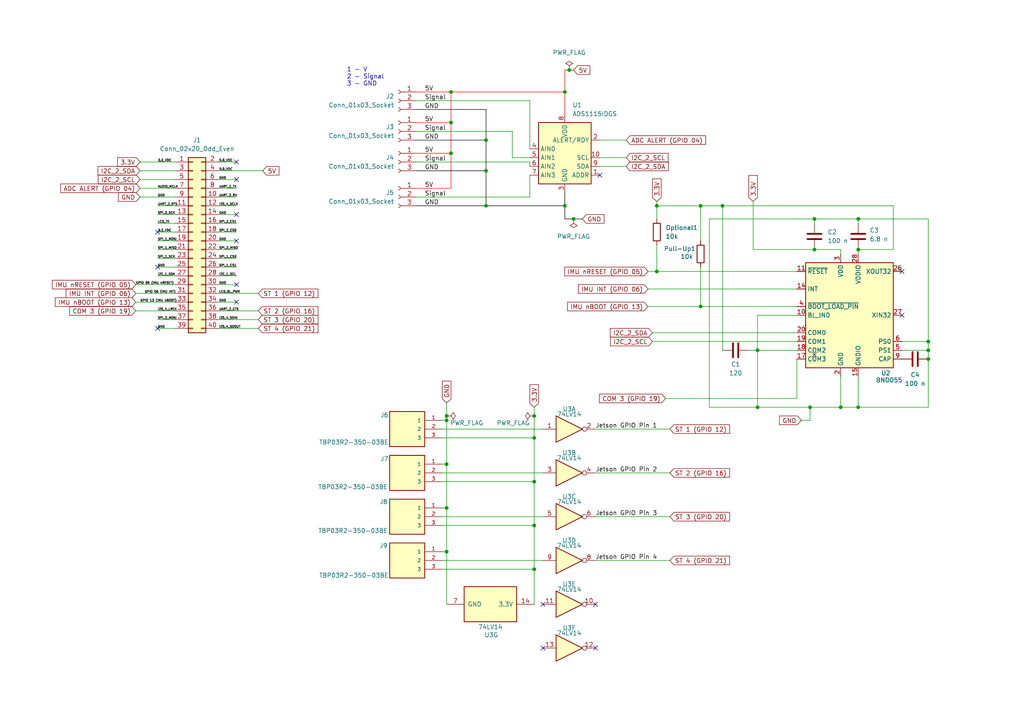
<source format=kicad_sch>
(kicad_sch (version 20231120) (generator "eeschema") (generator_version "8.0")
  (paper "A4")
  (lib_symbols
    (symbol "74xx:74LV14" (pin_names (offset 1.016))
      (property "Reference" "U" (at 0 1.27 0))
      (property "Value" "74LV14" (at 0 -1.27 0))
      (symbol "74LV14_1_0"
        (polyline (pts (xy -3.81 3.81) (xy -3.81 -3.81) (xy 3.81 0) (xy -3.81 3.81)) (stroke (width 0.254)) (fill (type background)))
        (pin input line (at -7.62 0 0) (length 3.81) (name "~") (number "1"))
        (pin output inverted (at 7.62 0 180) (length 3.81) (name "~") (number "2"))
      )
      (symbol "74LV14_2_0"
        (polyline (pts (xy -3.81 3.81) (xy -3.81 -3.81) (xy 3.81 0) (xy -3.81 3.81)) (stroke (width 0.254)) (fill (type background)))
        (pin input line (at -7.62 0 0) (length 3.81) (name "~") (number "3"))
        (pin output inverted (at 7.62 0 180) (length 3.81) (name "~") (number "4"))
      )
      (symbol "74LV14_3_0"
        (polyline (pts (xy -3.81 3.81) (xy -3.81 -3.81) (xy 3.81 0) (xy -3.81 3.81)) (stroke (width 0.254)) (fill (type background)))
        (pin input line (at -7.62 0 0) (length 3.81) (name "~") (number "5"))
        (pin output inverted (at 7.62 0 180) (length 3.81) (name "~") (number "6"))
      )
      (symbol "74LV14_4_0"
        (polyline (pts (xy -3.81 3.81) (xy -3.81 -3.81) (xy 3.81 0) (xy -3.81 3.81)) (stroke (width 0.254)) (fill (type background)))
        (pin output inverted (at 7.62 0 180) (length 3.81) (name "~") (number "8"))
        (pin input line (at -7.62 0 0) (length 3.81) (name "~") (number "9"))
      )
      (symbol "74LV14_5_0"
        (polyline (pts (xy -3.81 3.81) (xy -3.81 -3.81) (xy 3.81 0) (xy -3.81 3.81)) (stroke (width 0.254)) (fill (type background)))
        (pin output inverted (at 7.62 0 180) (length 3.81) (name "~") (number "10"))
        (pin input line (at -7.62 0 0) (length 3.81) (name "~") (number "11"))
      )
      (symbol "74LV14_6_0"
        (polyline (pts (xy -3.81 3.81) (xy -3.81 -3.81) (xy 3.81 0) (xy -3.81 3.81)) (stroke (width 0.254)) (fill (type background)))
        (pin output inverted (at 7.62 0 180) (length 3.81) (name "~") (number "12"))
        (pin input line (at -7.62 0 0) (length 3.81) (name "~") (number "13"))
      )
      (symbol "74LV14_7_0"
        (pin power_in line (at 0 12.7 270) (length 5.08) (name "3.3V") (number "14"))
        (pin power_in line (at 0 -12.7 90) (length 5.08) (name "GND") (number "7"))
      )
      (symbol "74LV14_7_1"
        (rectangle (start -5.08 7.62) (end 5.08 -7.62) (stroke (width 0.254)) (fill (type background)))
      )
    )
    (symbol "Analog_ADC:ADS1115IDGS"
      (property "Reference" "U" (at 2.54 13.97 0))
      (property "Value" "ADS1115IDGS" (at 7.62 11.43 0))
      (symbol "ADS1115IDGS_0_1"
        (rectangle (start -7.62 10.16) (end 7.62 -7.62) (stroke (width 0.254)) (fill (type background)))
      )
      (symbol "ADS1115IDGS_1_1"
        (pin input line (at 10.16 -5.08 180) (length 2.54) (name "ADDR") (number "1"))
        (pin input line (at 10.16 0 180) (length 2.54) (name "SCL") (number "10"))
        (pin output line (at 10.16 5.08 180) (length 2.54) (name "ALERT/RDY") (number "2"))
        (pin power_in line (at 0 -10.16 90) (length 2.54) (name "GND") (number "3"))
        (pin input line (at -10.16 2.54 0) (length 2.54) (name "AIN0") (number "4"))
        (pin input line (at -10.16 0 0) (length 2.54) (name "AIN1") (number "5"))
        (pin input line (at -10.16 -2.54 0) (length 2.54) (name "AIN2") (number "6"))
        (pin input line (at -10.16 -5.08 0) (length 2.54) (name "AIN3") (number "7"))
        (pin power_in line (at 0 12.7 270) (length 2.54) (name "VDD") (number "8"))
        (pin bidirectional line (at 10.16 -2.54 180) (length 2.54) (name "SDA") (number "9"))
      )
    )
    (symbol "Connector:Conn_01x03_Socket" (pin_names (offset 1.016) hide)
      (property "Reference" "J" (at 0 5.08 0))
      (property "Value" "Conn_01x03_Socket" (at 0 -5.08 0))
      (symbol "Conn_01x03_Socket_1_1"
        (arc (start 0 -2.032) (mid -0.5058 -2.54) (end 0 -3.048) (stroke (width 0.1524)))
        (polyline (pts (xy -1.27 -2.54) (xy -0.508 -2.54)) (stroke (width 0.1524)))
        (polyline (pts (xy -1.27 0) (xy -0.508 0)) (stroke (width 0.1524)))
        (polyline (pts (xy -1.27 2.54) (xy -0.508 2.54)) (stroke (width 0.1524)))
        (arc (start 0 0.508) (mid -0.5058 0) (end 0 -0.508) (stroke (width 0.1524)))
        (arc (start 0 3.048) (mid -0.5058 2.54) (end 0 2.032) (stroke (width 0.1524)))
        (pin passive line (at -5.08 2.54 0) (length 3.81) (name "Pin_1") (number "1"))
        (pin passive line (at -5.08 0 0) (length 3.81) (name "Pin_2") (number "2"))
        (pin passive line (at -5.08 -2.54 0) (length 3.81) (name "Pin_3") (number "3"))
      )
    )
    (symbol "Connector_Generic:Conn_02x20_Odd_Even" (pin_names (offset 1.016) hide)
      (property "Reference" "J" (at 1.27 25.4 0))
      (property "Value" "Conn_02x20_Odd_Even" (at 1.27 -27.94 0))
      (symbol "Conn_02x20_Odd_Even_1_1"
        (rectangle (start -1.27 -25.273) (end 0 -25.527) (stroke (width 0.1524)))
        (rectangle (start -1.27 -22.733) (end 0 -22.987) (stroke (width 0.1524)))
        (rectangle (start -1.27 -20.193) (end 0 -20.447) (stroke (width 0.1524)))
        (rectangle (start -1.27 -17.653) (end 0 -17.907) (stroke (width 0.1524)))
        (rectangle (start -1.27 -15.113) (end 0 -15.367) (stroke (width 0.1524)))
        (rectangle (start -1.27 -12.573) (end 0 -12.827) (stroke (width 0.1524)))
        (rectangle (start -1.27 -10.033) (end 0 -10.287) (stroke (width 0.1524)))
        (rectangle (start -1.27 -7.493) (end 0 -7.747) (stroke (width 0.1524)))
        (rectangle (start -1.27 -4.953) (end 0 -5.207) (stroke (width 0.1524)))
        (rectangle (start -1.27 -2.413) (end 0 -2.667) (stroke (width 0.1524)))
        (rectangle (start -1.27 0.127) (end 0 -0.127) (stroke (width 0.1524)))
        (rectangle (start -1.27 2.667) (end 0 2.413) (stroke (width 0.1524)))
        (rectangle (start -1.27 5.207) (end 0 4.953) (stroke (width 0.1524)))
        (rectangle (start -1.27 7.747) (end 0 7.493) (stroke (width 0.1524)))
        (rectangle (start -1.27 10.287) (end 0 10.033) (stroke (width 0.1524)))
        (rectangle (start -1.27 12.827) (end 0 12.573) (stroke (width 0.1524)))
        (rectangle (start -1.27 15.367) (end 0 15.113) (stroke (width 0.1524)))
        (rectangle (start -1.27 17.907) (end 0 17.653) (stroke (width 0.1524)))
        (rectangle (start -1.27 20.447) (end 0 20.193) (stroke (width 0.1524)))
        (rectangle (start -1.27 22.987) (end 0 22.733) (stroke (width 0.1524)))
        (rectangle (start -1.27 24.13) (end 3.81 -26.67) (stroke (width 0.254)) (fill (type background)))
        (rectangle (start 3.81 -25.273) (end 2.54 -25.527) (stroke (width 0.1524)))
        (rectangle (start 3.81 -22.733) (end 2.54 -22.987) (stroke (width 0.1524)))
        (rectangle (start 3.81 -20.193) (end 2.54 -20.447) (stroke (width 0.1524)))
        (rectangle (start 3.81 -17.653) (end 2.54 -17.907) (stroke (width 0.1524)))
        (rectangle (start 3.81 -15.113) (end 2.54 -15.367) (stroke (width 0.1524)))
        (rectangle (start 3.81 -12.573) (end 2.54 -12.827) (stroke (width 0.1524)))
        (rectangle (start 3.81 -10.033) (end 2.54 -10.287) (stroke (width 0.1524)))
        (rectangle (start 3.81 -7.493) (end 2.54 -7.747) (stroke (width 0.1524)))
        (rectangle (start 3.81 -4.953) (end 2.54 -5.207) (stroke (width 0.1524)))
        (rectangle (start 3.81 -2.413) (end 2.54 -2.667) (stroke (width 0.1524)))
        (rectangle (start 3.81 0.127) (end 2.54 -0.127) (stroke (width 0.1524)))
        (rectangle (start 3.81 2.667) (end 2.54 2.413) (stroke (width 0.1524)))
        (rectangle (start 3.81 5.207) (end 2.54 4.953) (stroke (width 0.1524)))
        (rectangle (start 3.81 7.747) (end 2.54 7.493) (stroke (width 0.1524)))
        (rectangle (start 3.81 10.287) (end 2.54 10.033) (stroke (width 0.1524)))
        (rectangle (start 3.81 12.827) (end 2.54 12.573) (stroke (width 0.1524)))
        (rectangle (start 3.81 15.367) (end 2.54 15.113) (stroke (width 0.1524)))
        (rectangle (start 3.81 17.907) (end 2.54 17.653) (stroke (width 0.1524)))
        (rectangle (start 3.81 20.447) (end 2.54 20.193) (stroke (width 0.1524)))
        (rectangle (start 3.81 22.987) (end 2.54 22.733) (stroke (width 0.1524)))
        (pin passive line (at -5.08 22.86 0) (length 3.81) (name "Pin_1") (number "1"))
        (pin passive line (at 7.62 12.7 180) (length 3.81) (name "Pin_10") (number "10"))
        (pin passive line (at -5.08 10.16 0) (length 3.81) (name "Pin_11") (number "11"))
        (pin passive line (at 7.62 10.16 180) (length 3.81) (name "Pin_12") (number "12"))
        (pin passive line (at -5.08 7.62 0) (length 3.81) (name "Pin_13") (number "13"))
        (pin passive line (at 7.62 7.62 180) (length 3.81) (name "Pin_14") (number "14"))
        (pin passive line (at -5.08 5.08 0) (length 3.81) (name "Pin_15") (number "15"))
        (pin passive line (at 7.62 5.08 180) (length 3.81) (name "Pin_16") (number "16"))
        (pin passive line (at -5.08 2.54 0) (length 3.81) (name "Pin_17") (number "17"))
        (pin passive line (at 7.62 2.54 180) (length 3.81) (name "Pin_18") (number "18"))
        (pin passive line (at -5.08 0 0) (length 3.81) (name "Pin_19") (number "19"))
        (pin passive line (at 7.62 22.86 180) (length 3.81) (name "Pin_2") (number "2"))
        (pin passive line (at 7.62 0 180) (length 3.81) (name "Pin_20") (number "20"))
        (pin passive line (at -5.08 -2.54 0) (length 3.81) (name "Pin_21") (number "21"))
        (pin passive line (at 7.62 -2.54 180) (length 3.81) (name "Pin_22") (number "22"))
        (pin passive line (at -5.08 -5.08 0) (length 3.81) (name "Pin_23") (number "23"))
        (pin passive line (at 7.62 -5.08 180) (length 3.81) (name "Pin_24") (number "24"))
        (pin passive line (at -5.08 -7.62 0) (length 3.81) (name "Pin_25") (number "25"))
        (pin passive line (at 7.62 -7.62 180) (length 3.81) (name "Pin_26") (number "26"))
        (pin passive line (at -5.08 -10.16 0) (length 3.81) (name "Pin_27") (number "27"))
        (pin passive line (at 7.62 -10.16 180) (length 3.81) (name "Pin_28") (number "28"))
        (pin passive line (at -5.08 -12.7 0) (length 3.81) (name "Pin_29") (number "29"))
        (pin passive line (at -5.08 20.32 0) (length 3.81) (name "Pin_3") (number "3"))
        (pin passive line (at 7.62 -12.7 180) (length 3.81) (name "Pin_30") (number "30"))
        (pin passive line (at -5.08 -15.24 0) (length 3.81) (name "Pin_31") (number "31"))
        (pin passive line (at 7.62 -15.24 180) (length 3.81) (name "Pin_32") (number "32"))
        (pin passive line (at -5.08 -17.78 0) (length 3.81) (name "Pin_33") (number "33"))
        (pin passive line (at 7.62 -17.78 180) (length 3.81) (name "Pin_34") (number "34"))
        (pin passive line (at -5.08 -20.32 0) (length 3.81) (name "Pin_35") (number "35"))
        (pin passive line (at 7.62 -20.32 180) (length 3.81) (name "Pin_36") (number "36"))
        (pin passive line (at -5.08 -22.86 0) (length 3.81) (name "Pin_37") (number "37"))
        (pin passive line (at 7.62 -22.86 180) (length 3.81) (name "Pin_38") (number "38"))
        (pin passive line (at -5.08 -25.4 0) (length 3.81) (name "Pin_39") (number "39"))
        (pin passive line (at 7.62 20.32 180) (length 3.81) (name "Pin_4") (number "4"))
        (pin passive line (at 7.62 -25.4 180) (length 3.81) (name "Pin_40") (number "40"))
        (pin passive line (at -5.08 17.78 0) (length 3.81) (name "Pin_5") (number "5"))
        (pin passive line (at 7.62 17.78 180) (length 3.81) (name "Pin_6") (number "6"))
        (pin passive line (at -5.08 15.24 0) (length 3.81) (name "Pin_7") (number "7"))
        (pin passive line (at 7.62 15.24 180) (length 3.81) (name "Pin_8") (number "8"))
        (pin passive line (at -5.08 12.7 0) (length 3.81) (name "Pin_9") (number "9"))
      )
    )
    (symbol "Device:C" (pin_numbers hide) (pin_names (offset 0.254))
      (property "Reference" "C" (at 0.635 2.54 0))
      (property "Value" "C" (at 0.635 -2.54 0))
      (symbol "C_0_1"
        (polyline (pts (xy -2.032 -0.762) (xy 2.032 -0.762)) (stroke (width 0.508)))
        (polyline (pts (xy -2.032 0.762) (xy 2.032 0.762)) (stroke (width 0.508)))
      )
      (symbol "C_1_1"
        (pin passive line (at 0 3.81 270) (length 2.794) (name "~") (number "1"))
        (pin passive line (at 0 -3.81 90) (length 2.794) (name "~") (number "2"))
      )
    )
    (symbol "Device:R" (pin_numbers hide) (pin_names (offset 0))
      (property "Reference" "R" (at 2.032 0 90))
      (property "Value" "R" (at 0 0 90))
      (symbol "R_0_1"
        (rectangle (start -1.016 -2.54) (end 1.016 2.54) (stroke (width 0.254)))
      )
      (symbol "R_1_1"
        (pin passive line (at 0 3.81 270) (length 1.27) (name "~") (number "1"))
        (pin passive line (at 0 -3.81 90) (length 1.27) (name "~") (number "2"))
      )
    )
    (symbol "Sensor_Motion:BNO055"
      (property "Reference" "U" (at -11.43 16.51 0))
      (property "Value" "BNO055" (at 12.7 16.51 0))
      (symbol "BNO055_0_1"
        (rectangle (start -12.7 15.24) (end 12.7 -15.24) (stroke (width 0.254)) (fill (type background)))
      )
      (symbol "BNO055_1_1"
        (pin no_connect line (at -12.7 10.16 0) (length 2.54) hide (name "PIN1") (number "1"))
        (pin output line (at -15.24 0 0) (length 2.54) (name "BL_IND") (number "10"))
        (pin input line (at -15.24 12.7 0) (length 2.54) (name "~{RESET}") (number "11"))
        (pin no_connect line (at 12.7 10.16 180) (length 2.54) hide (name "PIN12") (number "12"))
        (pin no_connect line (at 12.7 7.62 180) (length 2.54) hide (name "PIN13") (number "13"))
        (pin output line (at -15.24 7.62 0) (length 2.54) (name "INT") (number "14"))
        (pin power_in line (at 2.54 -17.78 90) (length 2.54) (name "GNDIO") (number "15"))
        (pin passive line (at 2.54 -17.78 90) (length 2.54) hide (name "GNDIO") (number "16"))
        (pin input line (at -15.24 -12.7 0) (length 2.54) (name "COM3") (number "17"))
        (pin passive line (at -15.24 -10.16 0) (length 2.54) (name "COM2") (number "18"))
        (pin bidirectional line (at -15.24 -7.62 0) (length 2.54) (name "COM1") (number "19"))
        (pin power_in line (at -2.54 -17.78 90) (length 2.54) (name "GND") (number "2"))
        (pin bidirectional line (at -15.24 -5.08 0) (length 2.54) (name "COM0") (number "20"))
        (pin no_connect line (at 12.7 5.08 180) (length 2.54) hide (name "PIN21") (number "21"))
        (pin no_connect line (at 12.7 2.54 180) (length 2.54) hide (name "PIN22") (number "22"))
        (pin no_connect line (at 12.7 -2.54 180) (length 2.54) hide (name "PIN23") (number "23"))
        (pin no_connect line (at 12.7 -5.08 180) (length 2.54) hide (name "PIN24") (number "24"))
        (pin passive line (at 2.54 -17.78 90) (length 2.54) hide (name "GNDIO") (number "25"))
        (pin output line (at 15.24 12.7 180) (length 2.54) (name "XOUT32") (number "26"))
        (pin input line (at 15.24 0 180) (length 2.54) (name "XIN32") (number "27"))
        (pin power_in line (at 2.54 17.78 270) (length 2.54) (name "VDDIO") (number "28"))
        (pin power_in line (at -2.54 17.78 270) (length 2.54) (name "VDD") (number "3"))
        (pin input line (at -15.24 2.54 0) (length 2.54) (name "~{BOOT_LOAD_PIN}") (number "4"))
        (pin input line (at 15.24 -10.16 180) (length 2.54) (name "PS1") (number "5"))
        (pin input line (at 15.24 -7.62 180) (length 2.54) (name "PS0") (number "6"))
        (pin no_connect line (at -12.7 5.08 0) (length 2.54) hide (name "PIN7") (number "7"))
        (pin no_connect line (at -12.7 -2.54 0) (length 2.54) hide (name "PIN8") (number "8"))
        (pin passive line (at 15.24 -12.7 180) (length 2.54) (name "CAP") (number "9"))
      )
    )
    (symbol "TBP03R2-350-03BE:TBP03R2-350-03BE" (pin_names (offset 1.016))
      (property "Reference" "J" (at -5.08 7.62 0))
      (property "Value" "TBP03R2-350-03BE" (at -5.08 -7.62 0))
      (symbol "TBP03R2-350-03BE_0_0"
        (rectangle (start -5.08 -5.08) (end 5.08 5.08) (stroke (width 0.254)) (fill (type background)))
        (pin passive line (at -10.16 2.54 0) (length 5.08) (name "1") (number "1"))
        (pin passive line (at -10.16 0 0) (length 5.08) (name "2") (number "2"))
        (pin passive line (at -10.16 -2.54 0) (length 5.08) (name "3") (number "3"))
      )
    )
    (symbol "power:PWR_FLAG" (power) (pin_numbers hide) (pin_names (offset 0) hide)
      (property "Value" "PWR_FLAG" (at 0 3.81 0))
      (symbol "PWR_FLAG_0_0"
        (pin power_out line (at 0 0 90) (length 0) (name "~") (number "1"))
      )
      (symbol "PWR_FLAG_0_1"
        (polyline (pts (xy 0 0) (xy 0 1.27) (xy -1.016 1.905) (xy 0 2.54) (xy 1.016 1.905) (xy 0 1.27)))
      )
    )
  )
  (junction (at 234.95 118.11))
  (junction (at 248.92 63.5))
  (junction (at 154.94 165.1))
  (junction (at 129.54 121.92))
  (junction (at 269.24 99.06))
  (junction (at 163.83 59.69))
  (junction (at 190.5 78.74))
  (junction (at 140.97 40.64))
  (junction (at 203.2 88.9))
  (junction (at 209.55 59.69))
  (junction (at 166.37 63.5))
  (junction (at 154.94 120.65))
  (junction (at 154.94 127))
  (junction (at 190.5 59.69))
  (junction (at 129.54 147.32))
  (junction (at 129.54 134.62))
  (junction (at 130.81 35.56))
  (junction (at 243.84 118.11))
  (junction (at 203.2 59.69))
  (junction (at 269.24 101.6))
  (junction (at 163.83 26.67))
  (junction (at 130.81 26.67))
  (junction (at 219.71 118.11))
  (junction (at 165.1 20.32))
  (junction (at 130.81 44.45))
  (junction (at 140.97 49.53))
  (junction (at 129.54 160.02))
  (junction (at 154.94 139.7))
  (junction (at 219.71 101.6))
  (junction (at 154.94 152.4))
  (junction (at 140.97 59.69))
  (junction (at 248.92 118.11))
  (junction (at 248.92 72.39))
  (junction (at 129.54 120.65))
  (junction (at 269.24 104.14))
  (junction (at 236.22 72.39))
  (junction (at 236.22 63.5))
  (no_connect (at 261.62 91.44))
  (no_connect (at 68.58 62.23))
  (no_connect (at 261.62 78.74))
  (no_connect (at 236.22 102.87))
  (no_connect (at 68.58 69.85))
  (no_connect (at 68.58 46.99))
  (no_connect (at 157.48 187.96))
  (no_connect (at 157.48 175.26))
  (no_connect (at 68.58 52.07))
  (no_connect (at 173.99 50.8))
  (no_connect (at 45.72 77.47))
  (no_connect (at 172.72 175.26))
  (no_connect (at 45.72 67.31))
  (no_connect (at 68.58 82.55))
  (no_connect (at 45.72 95.25))
  (no_connect (at 68.58 87.63))
  (no_connect (at 172.72 187.96))
  (wire (pts (xy 45.72 59.69) (xy 50.8 59.69)))
  (wire (pts (xy 154.94 139.7) (xy 154.94 152.4)))
  (wire (pts (xy 63.5 82.55) (xy 68.58 82.55)))
  (wire (pts (xy 236.22 72.39) (xy 243.84 72.39)))
  (wire (pts (xy 172.72 162.56) (xy 194.31 162.56)))
  (wire (pts (xy 45.72 74.93) (xy 50.8 74.93)))
  (wire (pts (xy 261.62 101.6) (xy 269.24 101.6)))
  (wire (pts (xy 40.64 57.15) (xy 50.8 57.15)))
  (wire (pts (xy 148.59 45.72) (xy 153.67 45.72)))
  (wire (pts (xy 63.5 92.71) (xy 74.93 92.71)))
  (wire (pts (xy 120.65 29.21) (xy 153.67 29.21)))
  (wire (pts (xy 140.97 31.75) (xy 140.97 40.64)) (stroke (width 0) (color 1 0 0 1)))
  (wire (pts (xy 63.5 52.07) (xy 68.58 52.07)))
  (wire (pts (xy 217.17 101.6) (xy 219.71 101.6)))
  (wire (pts (xy 45.72 69.85) (xy 50.8 69.85)))
  (wire (pts (xy 205.74 118.11) (xy 219.71 118.11)))
  (wire (pts (xy 129.54 116.84) (xy 129.54 120.65)))
  (wire (pts (xy 120.65 46.99) (xy 153.67 46.99)))
  (wire (pts (xy 128.27 124.46) (xy 157.48 124.46)))
  (wire (pts (xy 243.84 109.22) (xy 243.84 118.11)))
  (wire (pts (xy 234.95 118.11) (xy 243.84 118.11)))
  (wire (pts (xy 243.84 118.11) (xy 248.92 118.11)))
  (wire (pts (xy 140.97 40.64) (xy 140.97 49.53)) (stroke (width 0) (color 1 0 0 1)))
  (wire (pts (xy 269.24 101.6) (xy 269.24 104.14)))
  (wire (pts (xy 259.08 59.69) (xy 259.08 72.39)))
  (wire (pts (xy 154.94 165.1) (xy 154.94 175.26)))
  (wire (pts (xy 129.54 134.62) (xy 129.54 121.92)))
  (wire (pts (xy 231.14 88.9) (xy 203.2 88.9)))
  (wire (pts (xy 172.72 124.46) (xy 194.31 124.46)))
  (wire (pts (xy 120.65 38.1) (xy 148.59 38.1)))
  (wire (pts (xy 45.72 64.77) (xy 50.8 64.77)))
  (wire (pts (xy 153.67 29.21) (xy 153.67 43.18)))
  (wire (pts (xy 173.99 40.64) (xy 181.61 40.64)))
  (wire (pts (xy 234.95 121.92) (xy 232.41 121.92)))
  (wire (pts (xy 63.5 85.09) (xy 74.93 85.09)))
  (wire (pts (xy 120.65 59.69) (xy 140.97 59.69)) (stroke (width 0) (color 1 0 0 1)))
  (wire (pts (xy 129.54 121.92) (xy 129.54 120.65)))
  (wire (pts (xy 219.71 91.44) (xy 231.14 91.44)))
  (wire (pts (xy 63.5 62.23) (xy 68.58 62.23)))
  (wire (pts (xy 120.65 35.56) (xy 130.81 35.56)) (stroke (width 0) (color 255 0 0 1)))
  (wire (pts (xy 120.65 44.45) (xy 130.81 44.45)) (stroke (width 0) (color 255 0 0 1)))
  (wire (pts (xy 128.27 149.86) (xy 157.48 149.86)))
  (wire (pts (xy 205.74 63.5) (xy 205.74 118.11)))
  (wire (pts (xy 203.2 69.85) (xy 203.2 59.69)))
  (wire (pts (xy 63.5 69.85) (xy 68.58 69.85)))
  (wire (pts (xy 203.2 88.9) (xy 203.2 77.47)))
  (wire (pts (xy 236.22 72.39) (xy 218.44 72.39)))
  (wire (pts (xy 190.5 59.69) (xy 203.2 59.69)))
  (wire (pts (xy 63.5 87.63) (xy 68.58 87.63)))
  (wire (pts (xy 209.55 59.69) (xy 209.55 101.6)))
  (wire (pts (xy 219.71 101.6) (xy 231.14 101.6)))
  (wire (pts (xy 40.64 54.61) (xy 50.8 54.61)))
  (wire (pts (xy 243.84 72.39) (xy 243.84 73.66)))
  (wire (pts (xy 130.81 54.61) (xy 130.81 44.45)) (stroke (width 0) (color 255 0 0 1)))
  (wire (pts (xy 63.5 90.17) (xy 74.93 90.17)))
  (wire (pts (xy 154.94 127) (xy 154.94 139.7)))
  (wire (pts (xy 269.24 63.5) (xy 269.24 99.06)))
  (wire (pts (xy 234.95 118.11) (xy 234.95 121.92)))
  (wire (pts (xy 128.27 127) (xy 154.94 127)))
  (wire (pts (xy 130.81 44.45) (xy 130.81 35.56)) (stroke (width 0) (color 255 0 0 1)))
  (wire (pts (xy 39.37 90.17) (xy 50.8 90.17)))
  (wire (pts (xy 129.54 147.32) (xy 129.54 134.62)))
  (wire (pts (xy 187.96 88.9) (xy 203.2 88.9)))
  (wire (pts (xy 45.72 62.23) (xy 50.8 62.23)))
  (wire (pts (xy 63.5 46.99) (xy 68.58 46.99)))
  (wire (pts (xy 205.74 63.5) (xy 236.22 63.5)))
  (wire (pts (xy 128.27 160.02) (xy 129.54 160.02)))
  (wire (pts (xy 45.72 77.47) (xy 50.8 77.47)))
  (wire (pts (xy 154.94 118.11) (xy 154.94 120.65)))
  (wire (pts (xy 190.5 59.69) (xy 190.5 63.5)))
  (wire (pts (xy 63.5 72.39) (xy 68.58 72.39)))
  (wire (pts (xy 128.27 165.1) (xy 154.94 165.1)))
  (wire (pts (xy 39.37 87.63) (xy 50.8 87.63)))
  (wire (pts (xy 128.27 139.7) (xy 154.94 139.7)))
  (wire (pts (xy 45.72 67.31) (xy 50.8 67.31)))
  (wire (pts (xy 63.5 49.53) (xy 76.2 49.53)))
  (wire (pts (xy 190.5 78.74) (xy 231.14 78.74)))
  (wire (pts (xy 39.37 82.55) (xy 50.8 82.55)))
  (wire (pts (xy 154.94 152.4) (xy 154.94 165.1)))
  (wire (pts (xy 163.83 20.32) (xy 165.1 20.32)) (stroke (width 0) (color 255 0 0 1)))
  (wire (pts (xy 236.22 63.5) (xy 236.22 64.77)))
  (wire (pts (xy 219.71 101.6) (xy 219.71 91.44)))
  (wire (pts (xy 236.22 63.5) (xy 248.92 63.5)))
  (wire (pts (xy 248.92 63.5) (xy 248.92 64.77)))
  (wire (pts (xy 39.37 85.09) (xy 50.8 85.09)))
  (wire (pts (xy 140.97 59.69) (xy 163.83 59.69)) (stroke (width 0) (color 1 0 0 1)))
  (wire (pts (xy 172.72 137.16) (xy 194.31 137.16)))
  (wire (pts (xy 163.83 26.67) (xy 163.83 20.32)) (stroke (width 0) (color 255 0 0 1)))
  (wire (pts (xy 165.1 20.32) (xy 166.37 20.32)) (stroke (width 0) (color 255 0 0 1)))
  (wire (pts (xy 248.92 118.11) (xy 269.24 118.11)))
  (wire (pts (xy 130.81 26.67) (xy 163.83 26.67)) (stroke (width 0) (color 255 0 0 1)))
  (wire (pts (xy 261.62 99.06) (xy 269.24 99.06)))
  (wire (pts (xy 40.64 52.07) (xy 50.8 52.07)))
  (wire (pts (xy 63.5 64.77) (xy 68.58 64.77)))
  (wire (pts (xy 128.27 121.92) (xy 129.54 121.92)))
  (wire (pts (xy 45.72 72.39) (xy 50.8 72.39)))
  (wire (pts (xy 163.83 55.88) (xy 163.83 59.69)) (stroke (width 0) (color 1 0 0 1)))
  (wire (pts (xy 187.96 78.74) (xy 190.5 78.74)))
  (wire (pts (xy 269.24 99.06) (xy 269.24 101.6)))
  (wire (pts (xy 173.99 45.72) (xy 181.61 45.72)))
  (wire (pts (xy 120.65 57.15) (xy 153.67 57.15)))
  (wire (pts (xy 63.5 57.15) (xy 68.58 57.15)))
  (wire (pts (xy 173.99 48.26) (xy 181.61 48.26)))
  (wire (pts (xy 189.23 99.06) (xy 231.14 99.06)))
  (wire (pts (xy 140.97 49.53) (xy 140.97 59.69)) (stroke (width 0) (color 1 0 0 1)))
  (wire (pts (xy 63.5 95.25) (xy 74.93 95.25)))
  (wire (pts (xy 120.65 54.61) (xy 130.81 54.61)) (stroke (width 0) (color 255 0 0 1)))
  (wire (pts (xy 248.92 72.39) (xy 259.08 72.39)))
  (wire (pts (xy 163.83 63.5) (xy 166.37 63.5)) (stroke (width 0) (color 1 0 0 1)))
  (wire (pts (xy 63.5 54.61) (xy 68.58 54.61)))
  (wire (pts (xy 63.5 59.69) (xy 68.58 59.69)))
  (wire (pts (xy 128.27 162.56) (xy 157.48 162.56)))
  (wire (pts (xy 154.94 120.65) (xy 154.94 127)))
  (wire (pts (xy 248.92 109.22) (xy 248.92 118.11)))
  (wire (pts (xy 219.71 118.11) (xy 234.95 118.11)))
  (wire (pts (xy 163.83 59.69) (xy 163.83 63.5)) (stroke (width 0) (color 1 0 0 1)))
  (wire (pts (xy 45.72 80.01) (xy 50.8 80.01)))
  (wire (pts (xy 248.92 63.5) (xy 269.24 63.5)))
  (wire (pts (xy 129.54 160.02) (xy 129.54 175.26)))
  (wire (pts (xy 248.92 73.66) (xy 248.92 72.39)))
  (wire (pts (xy 63.5 67.31) (xy 68.58 67.31)))
  (wire (pts (xy 203.2 59.69) (xy 209.55 59.69)))
  (wire (pts (xy 40.64 49.53) (xy 50.8 49.53)))
  (wire (pts (xy 231.14 104.14) (xy 231.14 115.57)))
  (wire (pts (xy 190.5 71.12) (xy 190.5 78.74)))
  (wire (pts (xy 209.55 59.69) (xy 259.08 59.69)))
  (wire (pts (xy 120.65 49.53) (xy 140.97 49.53)) (stroke (width 0) (color 1 0 0 1)))
  (wire (pts (xy 40.64 46.99) (xy 50.8 46.99)))
  (wire (pts (xy 63.5 80.01) (xy 68.58 80.01)))
  (wire (pts (xy 269.24 104.14) (xy 269.24 118.11)))
  (wire (pts (xy 219.71 118.11) (xy 219.71 101.6)))
  (wire (pts (xy 128.27 134.62) (xy 129.54 134.62)))
  (wire (pts (xy 128.27 137.16) (xy 157.48 137.16)))
  (wire (pts (xy 120.65 40.64) (xy 140.97 40.64)) (stroke (width 0) (color 1 0 0 1)))
  (wire (pts (xy 218.44 58.42) (xy 218.44 72.39)))
  (wire (pts (xy 153.67 46.99) (xy 153.67 48.26)))
  (wire (pts (xy 63.5 77.47) (xy 68.58 77.47)))
  (wire (pts (xy 187.96 83.82) (xy 231.14 83.82)))
  (wire (pts (xy 193.04 115.57) (xy 231.14 115.57)))
  (wire (pts (xy 172.72 149.86) (xy 194.31 149.86)))
  (wire (pts (xy 148.59 38.1) (xy 148.59 45.72)))
  (wire (pts (xy 120.65 31.75) (xy 140.97 31.75)) (stroke (width 0) (color 1 0 0 1)))
  (wire (pts (xy 190.5 58.42) (xy 190.5 59.69)))
  (wire (pts (xy 129.54 160.02) (xy 129.54 147.32)))
  (wire (pts (xy 163.83 33.02) (xy 163.83 26.67)) (stroke (width 0) (color 255 0 0 1)))
  (wire (pts (xy 153.67 57.15) (xy 153.67 50.8)))
  (wire (pts (xy 189.23 96.52) (xy 231.14 96.52)))
  (wire (pts (xy 166.37 63.5) (xy 168.91 63.5)) (stroke (width 0) (color 1 0 0 1)))
  (wire (pts (xy 130.81 35.56) (xy 130.81 26.67)) (stroke (width 0) (color 255 0 0 1)))
  (wire (pts (xy 45.72 92.71) (xy 50.8 92.71)))
  (wire (pts (xy 120.65 26.67) (xy 130.81 26.67)) (stroke (width 0) (color 255 0 0 1)))
  (wire (pts (xy 128.27 152.4) (xy 154.94 152.4)))
  (wire (pts (xy 128.27 147.32) (xy 129.54 147.32)))
  (wire (pts (xy 45.72 95.25) (xy 50.8 95.25)))
  (wire (pts (xy 63.5 74.93) (xy 68.58 74.93)))
  (text "1 - V\n2 - Signal\n3 - GND" (at 100.584 22.352 0) (effects (font (size 1.27 1.27)) (justify left)))
  (label "I2S_4_SDOUT" (at 63.5 95.25 0) (effects (font (size 0.635 0.635))))
  (label "SPI_1_CS0" (at 63.5 74.93 0) (effects (font (size 0.635 0.635))))
  (label "5V" (at 123.19 54.61 0))
  (label "GND" (at 45.72 57.15 0) (effects (font (size 0.635 0.635))))
  (label "Jetson GPIO Pin 4" (at 172.72 162.56 0))
  (label "I2S_4_SCLK" (at 63.5 59.69 0) (effects (font (size 0.635 0.635))))
  (label "SPI_2_CS0" (at 63.5 67.31 0) (effects (font (size 0.635 0.635))))
  (label "I2S_4_LRCK" (at 45.72 90.17 0) (effects (font (size 0.635 0.635))))
  (label "GPIO 05 (IMU nRESET)" (at 39.37 82.55 0) (effects (font (size 0.635 0.635))))
  (label "GND" (at 123.19 40.64 0))
  (label "Signal" (at 123.19 38.1 0))
  (label "UART_2_RX" (at 63.5 57.15 0) (effects (font (size 0.635 0.635))))
  (label "Signal" (at 123.19 57.15 0))
  (label "SPI_2_MOSI" (at 45.72 92.71 0) (effects (font (size 0.635 0.635))))
  (label "SPI_1_MISO" (at 45.72 72.39 0) (effects (font (size 0.635 0.635))))
  (label "LCD_TE" (at 45.72 64.77 0) (effects (font (size 0.635 0.635))))
  (label "GND" (at 45.72 95.25 0) (effects (font (size 0.635 0.635))))
  (label "5,0_VDC" (at 63.5 46.99 0) (effects (font (size 0.635 0.635))))
  (label "5.0_VDC" (at 63.5 49.53 0) (effects (font (size 0.635 0.635))))
  (label "UART_2_CTS" (at 63.5 90.17 0) (effects (font (size 0.635 0.635))))
  (label "3.3_VDC" (at 45.72 67.31 0) (effects (font (size 0.635 0.635))))
  (label "Jetson GPIO Pin 1" (at 172.72 124.46 0))
  (label "I2C_1_SCL" (at 63.5 80.01 0) (effects (font (size 0.635 0.635))))
  (label "GND" (at 63.5 87.63 0) (effects (font (size 0.635 0.635))))
  (label "GND" (at 63.5 52.07 0) (effects (font (size 0.635 0.635))))
  (label "GND" (at 123.19 49.53 0))
  (label "SPI_2_SCK" (at 45.72 62.23 0) (effects (font (size 0.635 0.635))))
  (label "SPI_1_MOSI" (at 45.72 69.85 0) (effects (font (size 0.635 0.635))))
  (label "AUDIO_MCLK" (at 45.72 54.61 0) (effects (font (size 0.635 0.635))))
  (label "GND" (at 63.5 82.55 0) (effects (font (size 0.635 0.635))))
  (label "UART_2_TX" (at 63.5 54.61 0) (effects (font (size 0.635 0.635))))
  (label "5V" (at 123.19 44.45 0))
  (label "SPI_2_CS1" (at 63.5 64.77 0) (effects (font (size 0.635 0.635))))
  (label "GND" (at 123.19 59.69 0))
  (label "5V" (at 123.19 26.67 0))
  (label "I2S_4_SDIN" (at 63.5 92.71 0) (effects (font (size 0.635 0.635))))
  (label "SPI_1_SCK" (at 45.72 74.93 0) (effects (font (size 0.635 0.635))))
  (label "Signal" (at 123.19 46.99 0))
  (label "GPIO 13 (IMU nBOOT)" (at 40.64 87.63 0) (effects (font (size 0.635 0.635))))
  (label "SPI_1_CS1" (at 63.5 77.47 0) (effects (font (size 0.635 0.635))))
  (label "SPI_2_MISO" (at 63.5 72.39 0) (effects (font (size 0.635 0.635))))
  (label "GND" (at 63.5 69.85 0) (effects (font (size 0.635 0.635))))
  (label "LCD_BL_PWM" (at 63.5 85.09 0) (effects (font (size 0.635 0.635))))
  (label "Signal" (at 123.19 29.21 0))
  (label "GND" (at 63.5 62.23 0) (effects (font (size 0.635 0.635))))
  (label "UART_2_RTS" (at 45.72 59.69 0) (effects (font (size 0.635 0.635))))
  (label "GND" (at 123.19 31.75 0))
  (label "Jetson GPIO Pin 3" (at 172.72 149.86 0))
  (label "Jetson GPIO Pin 2" (at 172.72 137.16 0))
  (label "I2C_1_SDA" (at 45.72 80.01 0) (effects (font (size 0.635 0.635))))
  (label "GND" (at 45.72 77.47 0) (effects (font (size 0.635 0.635))))
  (label "3.3_VDC" (at 45.72 46.99 0) (effects (font (size 0.635 0.635))))
  (label "5V" (at 123.19 35.56 0))
  (label "GPIO 06 (IMU INT)" (at 41.91 85.09 0) (effects (font (size 0.635 0.635))))
  (global_label "IMU nRESET (GPIO 05)" (shape input) (at 39.37 82.55 180) (property "Intersheetrefs" "${INTERSHEET_REFS}" (effects (hide yes))))
  (global_label "ST 2 (GPIO 16)" (shape input) (at 194.31 137.16 0) (property "Intersheetrefs" "${INTERSHEET_REFS}" (effects (hide yes))))
  (global_label "IMU INT (GPIO 06)" (shape input) (at 39.37 85.09 180) (property "Intersheetrefs" "${INTERSHEET_REFS}" (effects (hide yes))))
  (global_label "ST 1 (GPIO 12)" (shape input) (at 74.93 85.09 0) (property "Intersheetrefs" "${INTERSHEET_REFS}" (effects (hide yes))))
  (global_label "5V" (shape input) (at 76.2 49.53 0) (property "Intersheetrefs" "${INTERSHEET_REFS}" (effects (hide yes))))
  (global_label "I2C_2_SDA" (shape input) (at 181.61 48.26 0) (property "Intersheetrefs" "${INTERSHEET_REFS}" (effects (hide yes))))
  (global_label "GND" (shape input) (at 232.41 121.92 180) (property "Intersheetrefs" "${INTERSHEET_REFS}" (effects (hide yes))))
  (global_label "ST 4 (GPIO 21)" (shape input) (at 194.31 162.56 0) (property "Intersheetrefs" "${INTERSHEET_REFS}" (effects (hide yes))))
  (global_label "IMU nBOOT (GPIO 13)" (shape input) (at 187.96 88.9 180) (property "Intersheetrefs" "${INTERSHEET_REFS}" (effects (hide yes))))
  (global_label "I2C_2_SDA" (shape input) (at 189.23 96.52 180) (property "Intersheetrefs" "${INTERSHEET_REFS}" (effects (hide yes))))
  (global_label "IMU nRESET (GPIO 05)" (shape input) (at 187.96 78.74 180) (property "Intersheetrefs" "${INTERSHEET_REFS}" (effects (hide yes))))
  (global_label "ST 3 (GPIO 20)" (shape input) (at 74.93 92.71 0) (property "Intersheetrefs" "${INTERSHEET_REFS}" (effects (hide yes))))
  (global_label "IMU INT (GPIO 06)" (shape input) (at 187.96 83.82 180) (property "Intersheetrefs" "${INTERSHEET_REFS}" (effects (hide yes))))
  (global_label "COM 3 (GPIO 19)" (shape input) (at 193.04 115.57 180) (property "Intersheetrefs" "${INTERSHEET_REFS}" (effects (hide yes))))
  (global_label "ST 4 (GPIO 21)" (shape input) (at 74.93 95.25 0) (property "Intersheetrefs" "${INTERSHEET_REFS}" (effects (hide yes))))
  (global_label "GND" (shape input) (at 168.91 63.5 0) (property "Intersheetrefs" "${INTERSHEET_REFS}" (effects (hide yes))))
  (global_label "I2C_2_SCL" (shape input) (at 189.23 99.06 180) (property "Intersheetrefs" "${INTERSHEET_REFS}" (effects (hide yes))))
  (global_label "3.3V" (shape input) (at 190.5 58.42 90) (property "Intersheetrefs" "${INTERSHEET_REFS}" (effects (hide yes))))
  (global_label "IMU nBOOT (GPIO 13)" (shape input) (at 39.37 87.63 180) (property "Intersheetrefs" "${INTERSHEET_REFS}" (effects (hide yes))))
  (global_label "ST 2 (GPIO 16)" (shape input) (at 74.93 90.17 0) (property "Intersheetrefs" "${INTERSHEET_REFS}" (effects (hide yes))))
  (global_label "3.3V " (shape input) (at 218.44 58.42 90) (property "Intersheetrefs" "${INTERSHEET_REFS}" (effects (hide yes))))
  (global_label "I2C_2_SCL" (shape input) (at 40.64 52.07 180) (property "Intersheetrefs" "${INTERSHEET_REFS}" (effects (hide yes))))
  (global_label "COM 3 (GPIO 19)" (shape input) (at 39.37 90.17 180) (property "Intersheetrefs" "${INTERSHEET_REFS}" (effects (hide yes))))
  (global_label "3.3V" (shape input) (at 154.94 118.11 90) (property "Intersheetrefs" "${INTERSHEET_REFS}" (effects (hide yes))))
  (global_label "I2C_2_SDA" (shape input) (at 40.64 49.53 180) (property "Intersheetrefs" "${INTERSHEET_REFS}" (effects (hide yes))))
  (global_label "I2C_2_SCL" (shape input) (at 181.61 45.72 0) (property "Intersheetrefs" "${INTERSHEET_REFS}" (effects (hide yes))))
  (global_label "ST 3 (GPIO 20)" (shape input) (at 194.31 149.86 0) (property "Intersheetrefs" "${INTERSHEET_REFS}" (effects (hide yes))))
  (global_label "GND" (shape input) (at 40.64 57.15 180) (property "Intersheetrefs" "${INTERSHEET_REFS}" (effects (hide yes))))
  (global_label "ADC ALERT (GPIO 04)" (shape input) (at 181.61 40.64 0) (property "Intersheetrefs" "${INTERSHEET_REFS}" (effects (hide yes))))
  (global_label "5V" (shape input) (at 166.37 20.32 0) (property "Intersheetrefs" "${INTERSHEET_REFS}" (effects (hide yes))))
  (global_label "GND" (shape input) (at 129.54 116.84 90) (property "Intersheetrefs" "${INTERSHEET_REFS}" (effects (hide yes))))
  (global_label "ST 1 (GPIO 12)" (shape input) (at 194.31 124.46 0) (property "Intersheetrefs" "${INTERSHEET_REFS}" (effects (hide yes))))
  (global_label "3.3V" (shape input) (at 40.64 46.99 180) (property "Intersheetrefs" "${INTERSHEET_REFS}" (effects (hide yes))))
  (global_label "ADC ALERT (GPIO 04)" (shape input) (at 40.64 54.61 180) (property "Intersheetrefs" "${INTERSHEET_REFS}" (effects (hide yes))))
  (symbol (lib_id "Connector:Conn_01x03_Socket") (at 115.57 57.15 0) (mirror y) (unit 1)
    (property "Reference" "J5" (at 114.3 55.8799 0) (effects (justify left)))
    (property "Value" "Conn_01x03_Socket" (at 114.3 58.4199 0) (effects (justify left)))
    (property "Description" "Generic connector, single row, 01x03, script generated" (effects (hide yes)))
  )
  (symbol (lib_id "TBP03R2-350-03BE:TBP03R2-350-03BE") (at 118.11 137.16 0) (mirror y) (unit 1)
    (property "Reference" "J7" (at 111.506 133.096 0))
    (property "Value" "TBP03R2-350-03BE" (at 102.362 141.224 0))
    (property "Footprint" "TBP03R2_350_03BE:CUI_TBP03R2-350-03BE" (effects (hide yes)))
    (property "PARTREV" "1.0" (effects (hide yes)))
    (property "STANDARD" "Manufacturer Recommendations" (effects (hide yes)))
    (property "MAXIMUM_PACKAGE_HEIGHT" "9.50mm" (effects (hide yes)))
    (property "MANUFACTURER" "CUI Devices" (effects (hide yes)))
  )
  (symbol (lib_id "74xx:74LV14") (at 142.24 175.26 270) (unit 7)
    (property "Reference" "U3" (at 142.494 184.15 90))
    (property "Value" "74LV14" (at 142.24 181.864 90))
    (property "Footprint" "Package_DIP:DIP-12_W7.62mm" (effects (hide yes)))
    (property "Datasheet" "http://www.ti.com/lit/gpn/sn74LV14" (effects (hide yes)))
    (property "Description" "Hex Inverter" (effects (hide yes)))
  )
  (symbol (lib_id "Sensor_Motion:BNO055") (at 246.38 91.44 0) (unit 1)
    (property "Reference" "U2" (at 255.524 108.204 0) (effects (justify left)))
    (property "Value" "BNO055" (at 254 110.236 0) (effects (justify left)))
    (property "Footprint" "Package_LGA:LGA-28_5.2x3.8mm_P0.5mm" (effects (hide yes)))
    (property "Datasheet" "https://www.bosch-sensortec.com/media/boschsensortec/downloads/datasheets/bst-bno055-ds000.pdf" (effects (hide yes)))
    (property "Description" "Intelligent 9-axis absolute orientation sensor, LGA-28" (effects (hide yes)))
  )
  (symbol (lib_id "74xx:74LV14") (at 165.1 175.26 0) (unit 5)
    (property "Reference" "U3" (at 165.1 169.418 0))
    (property "Value" "74LV14" (at 165.1 170.942 0))
    (property "Footprint" "Package_DIP:DIP-12_W7.62mm" (effects (hide yes)))
    (property "Datasheet" "http://www.ti.com/lit/gpn/sn74LV14" (effects (hide yes)))
    (property "Description" "Hex Inverter" (effects (hide yes)))
  )
  (symbol (lib_id "Connector:Conn_01x03_Socket") (at 115.57 46.99 0) (mirror y) (unit 1)
    (property "Reference" "J4" (at 114.3 45.7199 0) (effects (justify left)))
    (property "Value" "Conn_01x03_Socket" (at 114.3 48.2599 0) (effects (justify left)))
    (property "Description" "Generic connector, single row, 01x03, script generated" (effects (hide yes)))
  )
  (symbol (lib_id "74xx:74LV14") (at 165.1 149.86 0) (unit 3)
    (property "Reference" "U3" (at 165.1 144.018 0))
    (property "Value" "74LV14" (at 165.1 145.542 0))
    (property "Footprint" "Package_DIP:DIP-12_W7.62mm" (effects (hide yes)))
    (property "Datasheet" "http://www.ti.com/lit/gpn/sn74LV14" (effects (hide yes)))
    (property "Description" "Hex Inverter" (effects (hide yes)))
  )
  (symbol (lib_id "74xx:74LV14") (at 165.1 187.96 0) (unit 6)
    (property "Reference" "U3" (at 165.1 182.118 0))
    (property "Value" "74LV14" (at 165.1 183.642 0))
    (property "Footprint" "Package_DIP:DIP-12_W7.62mm" (effects (hide yes)))
    (property "Datasheet" "http://www.ti.com/lit/gpn/sn74LV14" (effects (hide yes)))
    (property "Description" "Hex Inverter" (effects (hide yes)))
  )
  (symbol (lib_id "power:PWR_FLAG") (at 154.94 120.65 90) (unit 1)
    (property "Reference" "#FLG04" (effects (hide yes)))
    (property "Value" "PWR_FLAG" (at 153.67 122.682 90) (effects (justify left)))
    (property "Description" "Special symbol for telling ERC where power comes from" (effects (hide yes)))
  )
  (symbol (lib_id "Analog_ADC:ADS1115IDGS") (at 163.83 45.72 0) (unit 1)
    (property "Reference" "U1" (at 166.0241 30.48 0) (effects (justify left)))
    (property "Value" "ADS1115IDGS" (at 166.0241 33.02 0) (effects (justify left)))
    (property "Footprint" "Package_SO:TSSOP-10_3x3mm_P0.5mm" (effects (hide yes)))
    (property "Datasheet" "http://www.ti.com/lit/ds/symlink/ads1113.pdf" (effects (hide yes)))
    (property "Description" "Ultra-Small, Low-Power, I2C-Compatible, 860-SPS, 16-Bit ADCs With Internal Reference, Oscillator, and Programmable Comparator, VSSOP-10" (effects (hide yes)))
  )
  (symbol (lib_id "Device:R") (at 203.2 73.66 0) (unit 1)
    (property "Reference" "Pull-Up1" (at 192.532 72.136 0) (effects (justify left)))
    (property "Value" "10k" (at 197.358 74.422 0) (effects (justify left)))
    (property "Footprint" "Resistor_SMD:R_0603_1608Metric_Pad0.98x0.95mm_HandSolder" (effects (hide yes)))
    (property "Description" "Resistor" (effects (hide yes)))
  )
  (symbol (lib_id "74xx:74LV14") (at 165.1 162.56 0) (unit 4)
    (property "Reference" "U3" (at 165.1 156.718 0))
    (property "Value" "74LV14" (at 165.1 158.242 0))
    (property "Footprint" "Package_DIP:DIP-12_W7.62mm" (effects (hide yes)))
    (property "Datasheet" "http://www.ti.com/lit/gpn/sn74LV14" (effects (hide yes)))
    (property "Description" "Hex Inverter" (effects (hide yes)))
  )
  (symbol (lib_id "TBP03R2-350-03BE:TBP03R2-350-03BE") (at 118.11 149.86 0) (mirror y) (unit 1)
    (property "Reference" "J8" (at 111.252 145.542 0))
    (property "Value" "TBP03R2-350-03BE" (at 102.362 153.924 0))
    (property "Footprint" "TBP03R2_350_03BE:CUI_TBP03R2-350-03BE" (effects (hide yes)))
    (property "PARTREV" "1.0" (effects (hide yes)))
    (property "STANDARD" "Manufacturer Recommendations" (effects (hide yes)))
    (property "MAXIMUM_PACKAGE_HEIGHT" "9.50mm" (effects (hide yes)))
    (property "MANUFACTURER" "CUI Devices" (effects (hide yes)))
  )
  (symbol (lib_id "Device:C") (at 248.92 68.58 0) (unit 1)
    (property "Reference" "C3" (at 252.222 66.802 0) (effects (justify left)))
    (property "Value" "6.8 n" (at 252.222 69.342 0) (effects (justify left)))
    (property "Footprint" "Capacitor_SMD:CP_Elec_4x3" (effects (hide yes)))
    (property "Description" "Unpolarized capacitor" (effects (hide yes)))
  )
  (symbol (lib_id "Connector_Generic:Conn_02x20_Odd_Even") (at 55.88 69.85 0) (unit 1)
    (property "Reference" "J1" (at 57.15 40.64 0))
    (property "Value" "Conn_02x20_Odd_Even" (at 57.15 43.18 0))
    (property "Description" "Generic connector, double row, 02x20, odd/even pin numbering scheme (row 1 odd numbers, row 2 even numbers), script generated (kicad-library-utils/schlib/autogen/connector/)" (effects (hide yes)))
  )
  (symbol (lib_id "Connector:Conn_01x03_Socket") (at 115.57 29.21 0) (mirror y) (unit 1)
    (property "Reference" "J2" (at 114.3 27.9399 0) (effects (justify left)))
    (property "Value" "Conn_01x03_Socket" (at 114.3 30.4799 0) (effects (justify left)))
    (property "Description" "Generic connector, single row, 01x03, script generated" (effects (hide yes)))
  )
  (symbol (lib_id "Device:R") (at 190.5 67.31 0) (unit 1)
    (property "Reference" "Optional1" (at 193.04 66.0399 0) (effects (justify left)))
    (property "Value" "10k" (at 193.04 68.5799 0) (effects (justify left)))
    (property "Footprint" "Resistor_SMD:R_0603_1608Metric_Pad0.98x0.95mm_HandSolder" (effects (hide yes)))
    (property "Description" "Resistor" (effects (hide yes)))
  )
  (symbol (lib_id "power:PWR_FLAG") (at 165.1 20.32 0) (unit 1)
    (property "Reference" "#FLG01" (effects (hide yes)))
    (property "Value" "PWR_FLAG" (at 165.1 15.24 0))
    (property "Description" "Special symbol for telling ERC where power comes from" (effects (hide yes)))
  )
  (symbol (lib_id "TBP03R2-350-03BE:TBP03R2-350-03BE") (at 118.11 162.56 0) (mirror y) (unit 1)
    (property "Reference" "J9" (at 111.252 158.242 0))
    (property "Value" "TBP03R2-350-03BE" (at 102.616 166.878 0))
    (property "Footprint" "TBP03R2_350_03BE:CUI_TBP03R2-350-03BE" (effects (hide yes)))
    (property "PARTREV" "1.0" (effects (hide yes)))
    (property "STANDARD" "Manufacturer Recommendations" (effects (hide yes)))
    (property "MAXIMUM_PACKAGE_HEIGHT" "9.50mm" (effects (hide yes)))
    (property "MANUFACTURER" "CUI Devices" (effects (hide yes)))
  )
  (symbol (lib_id "74xx:74LV14") (at 165.1 137.16 0) (unit 2)
    (property "Reference" "U3" (at 165.1 131.318 0))
    (property "Value" "74LV14" (at 165.1 132.842 0))
    (property "Footprint" "Package_DIP:DIP-12_W7.62mm" (effects (hide yes)))
    (property "Datasheet" "http://www.ti.com/lit/gpn/sn74LV14" (effects (hide yes)))
    (property "Description" "Hex Inverter" (effects (hide yes)))
  )
  (symbol (lib_id "power:PWR_FLAG") (at 166.37 63.5 180) (unit 1)
    (property "Reference" "#FLG02" (effects (hide yes)))
    (property "Value" "PWR_FLAG" (at 166.37 68.58 0))
    (property "Description" "Special symbol for telling ERC where power comes from" (effects (hide yes)))
  )
  (symbol (lib_id "Connector:Conn_01x03_Socket") (at 115.57 38.1 0) (mirror y) (unit 1)
    (property "Reference" "J3" (at 114.3 36.8299 0) (effects (justify left)))
    (property "Value" "Conn_01x03_Socket" (at 114.3 39.3699 0) (effects (justify left)))
    (property "Description" "Generic connector, single row, 01x03, script generated" (effects (hide yes)))
  )
  (symbol (lib_id "Device:C") (at 236.22 68.58 0) (unit 1)
    (property "Reference" "C2" (at 240.03 67.3099 0) (effects (justify left)))
    (property "Value" "100 n" (at 240.03 69.8499 0) (effects (justify left)))
    (property "Footprint" "Capacitor_SMD:CP_Elec_4x3" (effects (hide yes)))
    (property "Description" "Unpolarized capacitor" (effects (hide yes)))
  )
  (symbol (lib_id "TBP03R2-350-03BE:TBP03R2-350-03BE") (at 118.11 124.46 0) (mirror y) (unit 1)
    (property "Reference" "J6" (at 111.506 120.396 0))
    (property "Value" "TBP03R2-350-03BE" (at 102.616 128.27 0))
    (property "Footprint" "TBP03R2_350_03BE:CUI_TBP03R2-350-03BE" (effects (hide yes)))
    (property "PARTREV" "1.0" (effects (hide yes)))
    (property "STANDARD" "Manufacturer Recommendations" (effects (hide yes)))
    (property "MAXIMUM_PACKAGE_HEIGHT" "9.50mm" (effects (hide yes)))
    (property "MANUFACTURER" "CUI Devices" (effects (hide yes)))
  )
  (symbol (lib_id "Device:C") (at 265.43 104.14 90) (unit 1)
    (property "Reference" "C4" (at 265.43 108.712 90))
    (property "Value" "100 n" (at 265.43 111.252 90))
    (property "Footprint" "Capacitor_SMD:CP_Elec_4x3" (effects (hide yes)))
    (property "Description" "Unpolarized capacitor" (effects (hide yes)))
  )
  (symbol (lib_id "74xx:74LV14") (at 165.1 124.46 0) (unit 1)
    (property "Reference" "U3" (at 165.1 118.618 0))
    (property "Value" "74LV14" (at 165.1 120.142 0))
    (property "Footprint" "Package_DIP:DIP-12_W7.62mm" (effects (hide yes)))
    (property "Datasheet" "http://www.ti.com/lit/gpn/sn74LV14" (effects (hide yes)))
    (property "Description" "Hex Inverter" (effects (hide yes)))
  )
  (symbol (lib_id "Device:C") (at 213.36 101.6 270) (unit 1)
    (property "Reference" "C1" (at 213.36 105.664 90))
    (property "Value" "120" (at 213.36 108.204 90))
    (property "Footprint" "Capacitor_SMD:CP_Elec_4x3" (effects (hide yes)))
    (property "Description" "Unpolarized capacitor" (effects (hide yes)))
  )
  (symbol (lib_id "power:PWR_FLAG") (at 129.54 120.65 270) (unit 1)
    (property "Reference" "#FLG03" (effects (hide yes)))
    (property "Value" "PWR_FLAG" (at 130.556 122.682 90) (effects (justify left)))
    (property "Description" "Special symbol for telling ERC where power comes from" (effects (hide yes)))
  )
)
</source>
